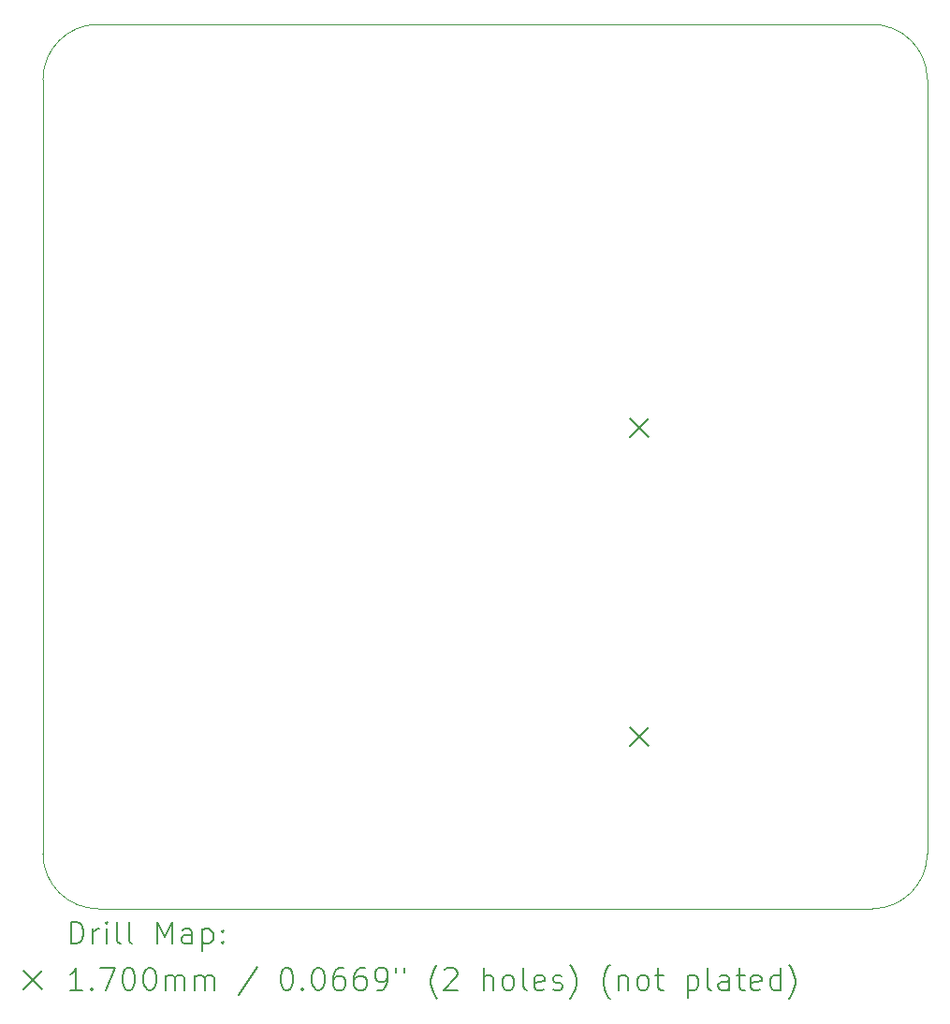
<source format=gbr>
%TF.GenerationSoftware,KiCad,Pcbnew,6.0.10-86aedd382b~118~ubuntu22.04.1*%
%TF.CreationDate,2023-04-18T16:50:04-04:00*%
%TF.ProjectId,firstfpga-clock,66697273-7466-4706-9761-2d636c6f636b,rev?*%
%TF.SameCoordinates,Original*%
%TF.FileFunction,Drillmap*%
%TF.FilePolarity,Positive*%
%FSLAX45Y45*%
G04 Gerber Fmt 4.5, Leading zero omitted, Abs format (unit mm)*
G04 Created by KiCad (PCBNEW 6.0.10-86aedd382b~118~ubuntu22.04.1) date 2023-04-18 16:50:04*
%MOMM*%
%LPD*%
G01*
G04 APERTURE LIST*
%ADD10C,0.100000*%
%ADD11C,0.200000*%
%ADD12C,0.170000*%
G04 APERTURE END LIST*
D10*
X16000000Y-3500000D02*
G75*
G03*
X15500000Y-4000000I0J-500000D01*
G01*
X23000000Y-11500000D02*
X16000000Y-11500000D01*
X23500000Y-4000000D02*
X23500000Y-11000000D01*
X16000000Y-3500000D02*
X23000000Y-3500000D01*
X15500000Y-4000000D02*
X15500000Y-11000000D01*
X23500000Y-4000000D02*
G75*
G03*
X23000000Y-3500000I-500000J0D01*
G01*
X23000000Y-11500000D02*
G75*
G03*
X23500000Y-11000000I0J500000D01*
G01*
X15500000Y-11000000D02*
G75*
G03*
X16000000Y-11500000I500000J0D01*
G01*
D11*
D12*
X20812000Y-7068000D02*
X20982000Y-7238000D01*
X20982000Y-7068000D02*
X20812000Y-7238000D01*
X20812000Y-9862000D02*
X20982000Y-10032000D01*
X20982000Y-9862000D02*
X20812000Y-10032000D01*
D11*
X15752619Y-11815476D02*
X15752619Y-11615476D01*
X15800238Y-11615476D01*
X15828809Y-11625000D01*
X15847857Y-11644048D01*
X15857381Y-11663095D01*
X15866905Y-11701190D01*
X15866905Y-11729762D01*
X15857381Y-11767857D01*
X15847857Y-11786905D01*
X15828809Y-11805952D01*
X15800238Y-11815476D01*
X15752619Y-11815476D01*
X15952619Y-11815476D02*
X15952619Y-11682143D01*
X15952619Y-11720238D02*
X15962143Y-11701190D01*
X15971667Y-11691667D01*
X15990714Y-11682143D01*
X16009762Y-11682143D01*
X16076428Y-11815476D02*
X16076428Y-11682143D01*
X16076428Y-11615476D02*
X16066905Y-11625000D01*
X16076428Y-11634524D01*
X16085952Y-11625000D01*
X16076428Y-11615476D01*
X16076428Y-11634524D01*
X16200238Y-11815476D02*
X16181190Y-11805952D01*
X16171667Y-11786905D01*
X16171667Y-11615476D01*
X16305000Y-11815476D02*
X16285952Y-11805952D01*
X16276428Y-11786905D01*
X16276428Y-11615476D01*
X16533571Y-11815476D02*
X16533571Y-11615476D01*
X16600238Y-11758333D01*
X16666905Y-11615476D01*
X16666905Y-11815476D01*
X16847857Y-11815476D02*
X16847857Y-11710714D01*
X16838333Y-11691667D01*
X16819286Y-11682143D01*
X16781190Y-11682143D01*
X16762143Y-11691667D01*
X16847857Y-11805952D02*
X16828810Y-11815476D01*
X16781190Y-11815476D01*
X16762143Y-11805952D01*
X16752619Y-11786905D01*
X16752619Y-11767857D01*
X16762143Y-11748809D01*
X16781190Y-11739286D01*
X16828810Y-11739286D01*
X16847857Y-11729762D01*
X16943095Y-11682143D02*
X16943095Y-11882143D01*
X16943095Y-11691667D02*
X16962143Y-11682143D01*
X17000238Y-11682143D01*
X17019286Y-11691667D01*
X17028810Y-11701190D01*
X17038333Y-11720238D01*
X17038333Y-11777381D01*
X17028810Y-11796428D01*
X17019286Y-11805952D01*
X17000238Y-11815476D01*
X16962143Y-11815476D01*
X16943095Y-11805952D01*
X17124048Y-11796428D02*
X17133571Y-11805952D01*
X17124048Y-11815476D01*
X17114524Y-11805952D01*
X17124048Y-11796428D01*
X17124048Y-11815476D01*
X17124048Y-11691667D02*
X17133571Y-11701190D01*
X17124048Y-11710714D01*
X17114524Y-11701190D01*
X17124048Y-11691667D01*
X17124048Y-11710714D01*
D12*
X15325000Y-12060000D02*
X15495000Y-12230000D01*
X15495000Y-12060000D02*
X15325000Y-12230000D01*
D11*
X15857381Y-12235476D02*
X15743095Y-12235476D01*
X15800238Y-12235476D02*
X15800238Y-12035476D01*
X15781190Y-12064048D01*
X15762143Y-12083095D01*
X15743095Y-12092619D01*
X15943095Y-12216428D02*
X15952619Y-12225952D01*
X15943095Y-12235476D01*
X15933571Y-12225952D01*
X15943095Y-12216428D01*
X15943095Y-12235476D01*
X16019286Y-12035476D02*
X16152619Y-12035476D01*
X16066905Y-12235476D01*
X16266905Y-12035476D02*
X16285952Y-12035476D01*
X16305000Y-12045000D01*
X16314524Y-12054524D01*
X16324048Y-12073571D01*
X16333571Y-12111667D01*
X16333571Y-12159286D01*
X16324048Y-12197381D01*
X16314524Y-12216428D01*
X16305000Y-12225952D01*
X16285952Y-12235476D01*
X16266905Y-12235476D01*
X16247857Y-12225952D01*
X16238333Y-12216428D01*
X16228809Y-12197381D01*
X16219286Y-12159286D01*
X16219286Y-12111667D01*
X16228809Y-12073571D01*
X16238333Y-12054524D01*
X16247857Y-12045000D01*
X16266905Y-12035476D01*
X16457381Y-12035476D02*
X16476428Y-12035476D01*
X16495476Y-12045000D01*
X16505000Y-12054524D01*
X16514524Y-12073571D01*
X16524048Y-12111667D01*
X16524048Y-12159286D01*
X16514524Y-12197381D01*
X16505000Y-12216428D01*
X16495476Y-12225952D01*
X16476428Y-12235476D01*
X16457381Y-12235476D01*
X16438333Y-12225952D01*
X16428809Y-12216428D01*
X16419286Y-12197381D01*
X16409762Y-12159286D01*
X16409762Y-12111667D01*
X16419286Y-12073571D01*
X16428809Y-12054524D01*
X16438333Y-12045000D01*
X16457381Y-12035476D01*
X16609762Y-12235476D02*
X16609762Y-12102143D01*
X16609762Y-12121190D02*
X16619286Y-12111667D01*
X16638333Y-12102143D01*
X16666905Y-12102143D01*
X16685952Y-12111667D01*
X16695476Y-12130714D01*
X16695476Y-12235476D01*
X16695476Y-12130714D02*
X16705000Y-12111667D01*
X16724048Y-12102143D01*
X16752619Y-12102143D01*
X16771667Y-12111667D01*
X16781190Y-12130714D01*
X16781190Y-12235476D01*
X16876429Y-12235476D02*
X16876429Y-12102143D01*
X16876429Y-12121190D02*
X16885952Y-12111667D01*
X16905000Y-12102143D01*
X16933571Y-12102143D01*
X16952619Y-12111667D01*
X16962143Y-12130714D01*
X16962143Y-12235476D01*
X16962143Y-12130714D02*
X16971667Y-12111667D01*
X16990714Y-12102143D01*
X17019286Y-12102143D01*
X17038333Y-12111667D01*
X17047857Y-12130714D01*
X17047857Y-12235476D01*
X17438333Y-12025952D02*
X17266905Y-12283095D01*
X17695476Y-12035476D02*
X17714524Y-12035476D01*
X17733571Y-12045000D01*
X17743095Y-12054524D01*
X17752619Y-12073571D01*
X17762143Y-12111667D01*
X17762143Y-12159286D01*
X17752619Y-12197381D01*
X17743095Y-12216428D01*
X17733571Y-12225952D01*
X17714524Y-12235476D01*
X17695476Y-12235476D01*
X17676429Y-12225952D01*
X17666905Y-12216428D01*
X17657381Y-12197381D01*
X17647857Y-12159286D01*
X17647857Y-12111667D01*
X17657381Y-12073571D01*
X17666905Y-12054524D01*
X17676429Y-12045000D01*
X17695476Y-12035476D01*
X17847857Y-12216428D02*
X17857381Y-12225952D01*
X17847857Y-12235476D01*
X17838333Y-12225952D01*
X17847857Y-12216428D01*
X17847857Y-12235476D01*
X17981190Y-12035476D02*
X18000238Y-12035476D01*
X18019286Y-12045000D01*
X18028810Y-12054524D01*
X18038333Y-12073571D01*
X18047857Y-12111667D01*
X18047857Y-12159286D01*
X18038333Y-12197381D01*
X18028810Y-12216428D01*
X18019286Y-12225952D01*
X18000238Y-12235476D01*
X17981190Y-12235476D01*
X17962143Y-12225952D01*
X17952619Y-12216428D01*
X17943095Y-12197381D01*
X17933571Y-12159286D01*
X17933571Y-12111667D01*
X17943095Y-12073571D01*
X17952619Y-12054524D01*
X17962143Y-12045000D01*
X17981190Y-12035476D01*
X18219286Y-12035476D02*
X18181190Y-12035476D01*
X18162143Y-12045000D01*
X18152619Y-12054524D01*
X18133571Y-12083095D01*
X18124048Y-12121190D01*
X18124048Y-12197381D01*
X18133571Y-12216428D01*
X18143095Y-12225952D01*
X18162143Y-12235476D01*
X18200238Y-12235476D01*
X18219286Y-12225952D01*
X18228810Y-12216428D01*
X18238333Y-12197381D01*
X18238333Y-12149762D01*
X18228810Y-12130714D01*
X18219286Y-12121190D01*
X18200238Y-12111667D01*
X18162143Y-12111667D01*
X18143095Y-12121190D01*
X18133571Y-12130714D01*
X18124048Y-12149762D01*
X18409762Y-12035476D02*
X18371667Y-12035476D01*
X18352619Y-12045000D01*
X18343095Y-12054524D01*
X18324048Y-12083095D01*
X18314524Y-12121190D01*
X18314524Y-12197381D01*
X18324048Y-12216428D01*
X18333571Y-12225952D01*
X18352619Y-12235476D01*
X18390714Y-12235476D01*
X18409762Y-12225952D01*
X18419286Y-12216428D01*
X18428810Y-12197381D01*
X18428810Y-12149762D01*
X18419286Y-12130714D01*
X18409762Y-12121190D01*
X18390714Y-12111667D01*
X18352619Y-12111667D01*
X18333571Y-12121190D01*
X18324048Y-12130714D01*
X18314524Y-12149762D01*
X18524048Y-12235476D02*
X18562143Y-12235476D01*
X18581190Y-12225952D01*
X18590714Y-12216428D01*
X18609762Y-12187857D01*
X18619286Y-12149762D01*
X18619286Y-12073571D01*
X18609762Y-12054524D01*
X18600238Y-12045000D01*
X18581190Y-12035476D01*
X18543095Y-12035476D01*
X18524048Y-12045000D01*
X18514524Y-12054524D01*
X18505000Y-12073571D01*
X18505000Y-12121190D01*
X18514524Y-12140238D01*
X18524048Y-12149762D01*
X18543095Y-12159286D01*
X18581190Y-12159286D01*
X18600238Y-12149762D01*
X18609762Y-12140238D01*
X18619286Y-12121190D01*
X18695476Y-12035476D02*
X18695476Y-12073571D01*
X18771667Y-12035476D02*
X18771667Y-12073571D01*
X19066905Y-12311667D02*
X19057381Y-12302143D01*
X19038333Y-12273571D01*
X19028810Y-12254524D01*
X19019286Y-12225952D01*
X19009762Y-12178333D01*
X19009762Y-12140238D01*
X19019286Y-12092619D01*
X19028810Y-12064048D01*
X19038333Y-12045000D01*
X19057381Y-12016428D01*
X19066905Y-12006905D01*
X19133571Y-12054524D02*
X19143095Y-12045000D01*
X19162143Y-12035476D01*
X19209762Y-12035476D01*
X19228810Y-12045000D01*
X19238333Y-12054524D01*
X19247857Y-12073571D01*
X19247857Y-12092619D01*
X19238333Y-12121190D01*
X19124048Y-12235476D01*
X19247857Y-12235476D01*
X19485952Y-12235476D02*
X19485952Y-12035476D01*
X19571667Y-12235476D02*
X19571667Y-12130714D01*
X19562143Y-12111667D01*
X19543095Y-12102143D01*
X19514524Y-12102143D01*
X19495476Y-12111667D01*
X19485952Y-12121190D01*
X19695476Y-12235476D02*
X19676429Y-12225952D01*
X19666905Y-12216428D01*
X19657381Y-12197381D01*
X19657381Y-12140238D01*
X19666905Y-12121190D01*
X19676429Y-12111667D01*
X19695476Y-12102143D01*
X19724048Y-12102143D01*
X19743095Y-12111667D01*
X19752619Y-12121190D01*
X19762143Y-12140238D01*
X19762143Y-12197381D01*
X19752619Y-12216428D01*
X19743095Y-12225952D01*
X19724048Y-12235476D01*
X19695476Y-12235476D01*
X19876429Y-12235476D02*
X19857381Y-12225952D01*
X19847857Y-12206905D01*
X19847857Y-12035476D01*
X20028810Y-12225952D02*
X20009762Y-12235476D01*
X19971667Y-12235476D01*
X19952619Y-12225952D01*
X19943095Y-12206905D01*
X19943095Y-12130714D01*
X19952619Y-12111667D01*
X19971667Y-12102143D01*
X20009762Y-12102143D01*
X20028810Y-12111667D01*
X20038333Y-12130714D01*
X20038333Y-12149762D01*
X19943095Y-12168809D01*
X20114524Y-12225952D02*
X20133571Y-12235476D01*
X20171667Y-12235476D01*
X20190714Y-12225952D01*
X20200238Y-12206905D01*
X20200238Y-12197381D01*
X20190714Y-12178333D01*
X20171667Y-12168809D01*
X20143095Y-12168809D01*
X20124048Y-12159286D01*
X20114524Y-12140238D01*
X20114524Y-12130714D01*
X20124048Y-12111667D01*
X20143095Y-12102143D01*
X20171667Y-12102143D01*
X20190714Y-12111667D01*
X20266905Y-12311667D02*
X20276429Y-12302143D01*
X20295476Y-12273571D01*
X20305000Y-12254524D01*
X20314524Y-12225952D01*
X20324048Y-12178333D01*
X20324048Y-12140238D01*
X20314524Y-12092619D01*
X20305000Y-12064048D01*
X20295476Y-12045000D01*
X20276429Y-12016428D01*
X20266905Y-12006905D01*
X20628810Y-12311667D02*
X20619286Y-12302143D01*
X20600238Y-12273571D01*
X20590714Y-12254524D01*
X20581190Y-12225952D01*
X20571667Y-12178333D01*
X20571667Y-12140238D01*
X20581190Y-12092619D01*
X20590714Y-12064048D01*
X20600238Y-12045000D01*
X20619286Y-12016428D01*
X20628810Y-12006905D01*
X20705000Y-12102143D02*
X20705000Y-12235476D01*
X20705000Y-12121190D02*
X20714524Y-12111667D01*
X20733571Y-12102143D01*
X20762143Y-12102143D01*
X20781190Y-12111667D01*
X20790714Y-12130714D01*
X20790714Y-12235476D01*
X20914524Y-12235476D02*
X20895476Y-12225952D01*
X20885952Y-12216428D01*
X20876429Y-12197381D01*
X20876429Y-12140238D01*
X20885952Y-12121190D01*
X20895476Y-12111667D01*
X20914524Y-12102143D01*
X20943095Y-12102143D01*
X20962143Y-12111667D01*
X20971667Y-12121190D01*
X20981190Y-12140238D01*
X20981190Y-12197381D01*
X20971667Y-12216428D01*
X20962143Y-12225952D01*
X20943095Y-12235476D01*
X20914524Y-12235476D01*
X21038333Y-12102143D02*
X21114524Y-12102143D01*
X21066905Y-12035476D02*
X21066905Y-12206905D01*
X21076429Y-12225952D01*
X21095476Y-12235476D01*
X21114524Y-12235476D01*
X21333571Y-12102143D02*
X21333571Y-12302143D01*
X21333571Y-12111667D02*
X21352619Y-12102143D01*
X21390714Y-12102143D01*
X21409762Y-12111667D01*
X21419286Y-12121190D01*
X21428810Y-12140238D01*
X21428810Y-12197381D01*
X21419286Y-12216428D01*
X21409762Y-12225952D01*
X21390714Y-12235476D01*
X21352619Y-12235476D01*
X21333571Y-12225952D01*
X21543095Y-12235476D02*
X21524048Y-12225952D01*
X21514524Y-12206905D01*
X21514524Y-12035476D01*
X21705000Y-12235476D02*
X21705000Y-12130714D01*
X21695476Y-12111667D01*
X21676429Y-12102143D01*
X21638333Y-12102143D01*
X21619286Y-12111667D01*
X21705000Y-12225952D02*
X21685952Y-12235476D01*
X21638333Y-12235476D01*
X21619286Y-12225952D01*
X21609762Y-12206905D01*
X21609762Y-12187857D01*
X21619286Y-12168809D01*
X21638333Y-12159286D01*
X21685952Y-12159286D01*
X21705000Y-12149762D01*
X21771667Y-12102143D02*
X21847857Y-12102143D01*
X21800238Y-12035476D02*
X21800238Y-12206905D01*
X21809762Y-12225952D01*
X21828810Y-12235476D01*
X21847857Y-12235476D01*
X21990714Y-12225952D02*
X21971667Y-12235476D01*
X21933571Y-12235476D01*
X21914524Y-12225952D01*
X21905000Y-12206905D01*
X21905000Y-12130714D01*
X21914524Y-12111667D01*
X21933571Y-12102143D01*
X21971667Y-12102143D01*
X21990714Y-12111667D01*
X22000238Y-12130714D01*
X22000238Y-12149762D01*
X21905000Y-12168809D01*
X22171667Y-12235476D02*
X22171667Y-12035476D01*
X22171667Y-12225952D02*
X22152619Y-12235476D01*
X22114524Y-12235476D01*
X22095476Y-12225952D01*
X22085952Y-12216428D01*
X22076429Y-12197381D01*
X22076429Y-12140238D01*
X22085952Y-12121190D01*
X22095476Y-12111667D01*
X22114524Y-12102143D01*
X22152619Y-12102143D01*
X22171667Y-12111667D01*
X22247857Y-12311667D02*
X22257381Y-12302143D01*
X22276429Y-12273571D01*
X22285952Y-12254524D01*
X22295476Y-12225952D01*
X22305000Y-12178333D01*
X22305000Y-12140238D01*
X22295476Y-12092619D01*
X22285952Y-12064048D01*
X22276429Y-12045000D01*
X22257381Y-12016428D01*
X22247857Y-12006905D01*
M02*

</source>
